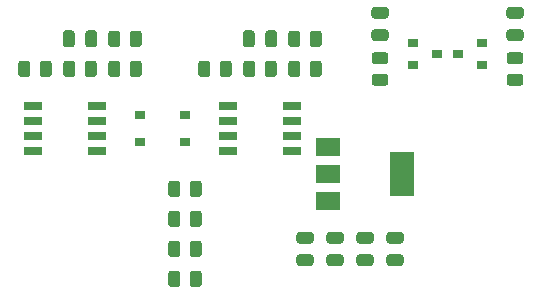
<source format=gtp>
G04 #@! TF.GenerationSoftware,KiCad,Pcbnew,(5.1.12)-1*
G04 #@! TF.CreationDate,2022-06-04T11:26:48+02:00*
G04 #@! TF.ProjectId,BSPD,42535044-2e6b-4696-9361-645f70636258,rev?*
G04 #@! TF.SameCoordinates,Original*
G04 #@! TF.FileFunction,Paste,Top*
G04 #@! TF.FilePolarity,Positive*
%FSLAX46Y46*%
G04 Gerber Fmt 4.6, Leading zero omitted, Abs format (unit mm)*
G04 Created by KiCad (PCBNEW (5.1.12)-1) date 2022-06-04 11:26:48*
%MOMM*%
%LPD*%
G01*
G04 APERTURE LIST*
%ADD10R,0.900000X0.800000*%
%ADD11R,1.528000X0.650000*%
%ADD12R,2.000000X3.800000*%
%ADD13R,2.000000X1.500000*%
G04 APERTURE END LIST*
G36*
G01*
X102420000Y-76995000D02*
X102420000Y-77945000D01*
G75*
G02*
X102170000Y-78195000I-250000J0D01*
G01*
X101670000Y-78195000D01*
G75*
G02*
X101420000Y-77945000I0J250000D01*
G01*
X101420000Y-76995000D01*
G75*
G02*
X101670000Y-76745000I250000J0D01*
G01*
X102170000Y-76745000D01*
G75*
G02*
X102420000Y-76995000I0J-250000D01*
G01*
G37*
G36*
G01*
X104320000Y-76995000D02*
X104320000Y-77945000D01*
G75*
G02*
X104070000Y-78195000I-250000J0D01*
G01*
X103570000Y-78195000D01*
G75*
G02*
X103320000Y-77945000I0J250000D01*
G01*
X103320000Y-76995000D01*
G75*
G02*
X103570000Y-76745000I250000J0D01*
G01*
X104070000Y-76745000D01*
G75*
G02*
X104320000Y-76995000I0J-250000D01*
G01*
G37*
G36*
G01*
X117660000Y-76995000D02*
X117660000Y-77945000D01*
G75*
G02*
X117410000Y-78195000I-250000J0D01*
G01*
X116910000Y-78195000D01*
G75*
G02*
X116660000Y-77945000I0J250000D01*
G01*
X116660000Y-76995000D01*
G75*
G02*
X116910000Y-76745000I250000J0D01*
G01*
X117410000Y-76745000D01*
G75*
G02*
X117660000Y-76995000I0J-250000D01*
G01*
G37*
G36*
G01*
X119560000Y-76995000D02*
X119560000Y-77945000D01*
G75*
G02*
X119310000Y-78195000I-250000J0D01*
G01*
X118810000Y-78195000D01*
G75*
G02*
X118560000Y-77945000I0J250000D01*
G01*
X118560000Y-76995000D01*
G75*
G02*
X118810000Y-76745000I250000J0D01*
G01*
X119310000Y-76745000D01*
G75*
G02*
X119560000Y-76995000I0J-250000D01*
G01*
G37*
G36*
G01*
X122395000Y-94800000D02*
X121445000Y-94800000D01*
G75*
G02*
X121195000Y-94550000I0J250000D01*
G01*
X121195000Y-94050000D01*
G75*
G02*
X121445000Y-93800000I250000J0D01*
G01*
X122395000Y-93800000D01*
G75*
G02*
X122645000Y-94050000I0J-250000D01*
G01*
X122645000Y-94550000D01*
G75*
G02*
X122395000Y-94800000I-250000J0D01*
G01*
G37*
G36*
G01*
X122395000Y-96700000D02*
X121445000Y-96700000D01*
G75*
G02*
X121195000Y-96450000I0J250000D01*
G01*
X121195000Y-95950000D01*
G75*
G02*
X121445000Y-95700000I250000J0D01*
G01*
X122395000Y-95700000D01*
G75*
G02*
X122645000Y-95950000I0J-250000D01*
G01*
X122645000Y-96450000D01*
G75*
G02*
X122395000Y-96700000I-250000J0D01*
G01*
G37*
G36*
G01*
X124935000Y-96700000D02*
X123985000Y-96700000D01*
G75*
G02*
X123735000Y-96450000I0J250000D01*
G01*
X123735000Y-95950000D01*
G75*
G02*
X123985000Y-95700000I250000J0D01*
G01*
X124935000Y-95700000D01*
G75*
G02*
X125185000Y-95950000I0J-250000D01*
G01*
X125185000Y-96450000D01*
G75*
G02*
X124935000Y-96700000I-250000J0D01*
G01*
G37*
G36*
G01*
X124935000Y-94800000D02*
X123985000Y-94800000D01*
G75*
G02*
X123735000Y-94550000I0J250000D01*
G01*
X123735000Y-94050000D01*
G75*
G02*
X123985000Y-93800000I250000J0D01*
G01*
X124935000Y-93800000D01*
G75*
G02*
X125185000Y-94050000I0J-250000D01*
G01*
X125185000Y-94550000D01*
G75*
G02*
X124935000Y-94800000I-250000J0D01*
G01*
G37*
G36*
G01*
X129065000Y-95700000D02*
X130015000Y-95700000D01*
G75*
G02*
X130265000Y-95950000I0J-250000D01*
G01*
X130265000Y-96450000D01*
G75*
G02*
X130015000Y-96700000I-250000J0D01*
G01*
X129065000Y-96700000D01*
G75*
G02*
X128815000Y-96450000I0J250000D01*
G01*
X128815000Y-95950000D01*
G75*
G02*
X129065000Y-95700000I250000J0D01*
G01*
G37*
G36*
G01*
X129065000Y-93800000D02*
X130015000Y-93800000D01*
G75*
G02*
X130265000Y-94050000I0J-250000D01*
G01*
X130265000Y-94550000D01*
G75*
G02*
X130015000Y-94800000I-250000J0D01*
G01*
X129065000Y-94800000D01*
G75*
G02*
X128815000Y-94550000I0J250000D01*
G01*
X128815000Y-94050000D01*
G75*
G02*
X129065000Y-93800000I250000J0D01*
G01*
G37*
G36*
G01*
X126525000Y-93800000D02*
X127475000Y-93800000D01*
G75*
G02*
X127725000Y-94050000I0J-250000D01*
G01*
X127725000Y-94550000D01*
G75*
G02*
X127475000Y-94800000I-250000J0D01*
G01*
X126525000Y-94800000D01*
G75*
G02*
X126275000Y-94550000I0J250000D01*
G01*
X126275000Y-94050000D01*
G75*
G02*
X126525000Y-93800000I250000J0D01*
G01*
G37*
G36*
G01*
X126525000Y-95700000D02*
X127475000Y-95700000D01*
G75*
G02*
X127725000Y-95950000I0J-250000D01*
G01*
X127725000Y-96450000D01*
G75*
G02*
X127475000Y-96700000I-250000J0D01*
G01*
X126525000Y-96700000D01*
G75*
G02*
X126275000Y-96450000I0J250000D01*
G01*
X126275000Y-95950000D01*
G75*
G02*
X126525000Y-95700000I250000J0D01*
G01*
G37*
G36*
G01*
X139225000Y-76650000D02*
X140175000Y-76650000D01*
G75*
G02*
X140425000Y-76900000I0J-250000D01*
G01*
X140425000Y-77400000D01*
G75*
G02*
X140175000Y-77650000I-250000J0D01*
G01*
X139225000Y-77650000D01*
G75*
G02*
X138975000Y-77400000I0J250000D01*
G01*
X138975000Y-76900000D01*
G75*
G02*
X139225000Y-76650000I250000J0D01*
G01*
G37*
G36*
G01*
X139225000Y-74750000D02*
X140175000Y-74750000D01*
G75*
G02*
X140425000Y-75000000I0J-250000D01*
G01*
X140425000Y-75500000D01*
G75*
G02*
X140175000Y-75750000I-250000J0D01*
G01*
X139225000Y-75750000D01*
G75*
G02*
X138975000Y-75500000I0J250000D01*
G01*
X138975000Y-75000000D01*
G75*
G02*
X139225000Y-74750000I250000J0D01*
G01*
G37*
G36*
G01*
X127795000Y-74750000D02*
X128745000Y-74750000D01*
G75*
G02*
X128995000Y-75000000I0J-250000D01*
G01*
X128995000Y-75500000D01*
G75*
G02*
X128745000Y-75750000I-250000J0D01*
G01*
X127795000Y-75750000D01*
G75*
G02*
X127545000Y-75500000I0J250000D01*
G01*
X127545000Y-75000000D01*
G75*
G02*
X127795000Y-74750000I250000J0D01*
G01*
G37*
G36*
G01*
X127795000Y-76650000D02*
X128745000Y-76650000D01*
G75*
G02*
X128995000Y-76900000I0J-250000D01*
G01*
X128995000Y-77400000D01*
G75*
G02*
X128745000Y-77650000I-250000J0D01*
G01*
X127795000Y-77650000D01*
G75*
G02*
X127545000Y-77400000I0J250000D01*
G01*
X127545000Y-76900000D01*
G75*
G02*
X127795000Y-76650000I250000J0D01*
G01*
G37*
D10*
X107950000Y-86240000D03*
X107950000Y-83940000D03*
X111760000Y-83940000D03*
X111760000Y-86240000D03*
D11*
X98889000Y-83185000D03*
X98889000Y-84455000D03*
X98889000Y-85725000D03*
X98889000Y-86995000D03*
X104311000Y-86995000D03*
X104311000Y-85725000D03*
X104311000Y-84455000D03*
X104311000Y-83185000D03*
X115399000Y-83185000D03*
X115399000Y-84455000D03*
X115399000Y-85725000D03*
X115399000Y-86995000D03*
X120821000Y-86995000D03*
X120821000Y-85725000D03*
X120821000Y-84455000D03*
X120821000Y-83185000D03*
D10*
X136890000Y-79690000D03*
X136890000Y-77790000D03*
X134890000Y-78740000D03*
X131080000Y-77790000D03*
X131080000Y-79690000D03*
X133080000Y-78740000D03*
G36*
G01*
X112160000Y-95700001D02*
X112160000Y-94799999D01*
G75*
G02*
X112409999Y-94550000I249999J0D01*
G01*
X112935001Y-94550000D01*
G75*
G02*
X113185000Y-94799999I0J-249999D01*
G01*
X113185000Y-95700001D01*
G75*
G02*
X112935001Y-95950000I-249999J0D01*
G01*
X112409999Y-95950000D01*
G75*
G02*
X112160000Y-95700001I0J249999D01*
G01*
G37*
G36*
G01*
X110335000Y-95700001D02*
X110335000Y-94799999D01*
G75*
G02*
X110584999Y-94550000I249999J0D01*
G01*
X111110001Y-94550000D01*
G75*
G02*
X111360000Y-94799999I0J-249999D01*
G01*
X111360000Y-95700001D01*
G75*
G02*
X111110001Y-95950000I-249999J0D01*
G01*
X110584999Y-95950000D01*
G75*
G02*
X110335000Y-95700001I0J249999D01*
G01*
G37*
G36*
G01*
X110335000Y-93160001D02*
X110335000Y-92259999D01*
G75*
G02*
X110584999Y-92010000I249999J0D01*
G01*
X111110001Y-92010000D01*
G75*
G02*
X111360000Y-92259999I0J-249999D01*
G01*
X111360000Y-93160001D01*
G75*
G02*
X111110001Y-93410000I-249999J0D01*
G01*
X110584999Y-93410000D01*
G75*
G02*
X110335000Y-93160001I0J249999D01*
G01*
G37*
G36*
G01*
X112160000Y-93160001D02*
X112160000Y-92259999D01*
G75*
G02*
X112409999Y-92010000I249999J0D01*
G01*
X112935001Y-92010000D01*
G75*
G02*
X113185000Y-92259999I0J-249999D01*
G01*
X113185000Y-93160001D01*
G75*
G02*
X112935001Y-93410000I-249999J0D01*
G01*
X112409999Y-93410000D01*
G75*
G02*
X112160000Y-93160001I0J249999D01*
G01*
G37*
G36*
G01*
X110335000Y-98240001D02*
X110335000Y-97339999D01*
G75*
G02*
X110584999Y-97090000I249999J0D01*
G01*
X111110001Y-97090000D01*
G75*
G02*
X111360000Y-97339999I0J-249999D01*
G01*
X111360000Y-98240001D01*
G75*
G02*
X111110001Y-98490000I-249999J0D01*
G01*
X110584999Y-98490000D01*
G75*
G02*
X110335000Y-98240001I0J249999D01*
G01*
G37*
G36*
G01*
X112160000Y-98240001D02*
X112160000Y-97339999D01*
G75*
G02*
X112409999Y-97090000I249999J0D01*
G01*
X112935001Y-97090000D01*
G75*
G02*
X113185000Y-97339999I0J-249999D01*
G01*
X113185000Y-98240001D01*
G75*
G02*
X112935001Y-98490000I-249999J0D01*
G01*
X112409999Y-98490000D01*
G75*
G02*
X112160000Y-98240001I0J249999D01*
G01*
G37*
G36*
G01*
X112160000Y-90620001D02*
X112160000Y-89719999D01*
G75*
G02*
X112409999Y-89470000I249999J0D01*
G01*
X112935001Y-89470000D01*
G75*
G02*
X113185000Y-89719999I0J-249999D01*
G01*
X113185000Y-90620001D01*
G75*
G02*
X112935001Y-90870000I-249999J0D01*
G01*
X112409999Y-90870000D01*
G75*
G02*
X112160000Y-90620001I0J249999D01*
G01*
G37*
G36*
G01*
X110335000Y-90620001D02*
X110335000Y-89719999D01*
G75*
G02*
X110584999Y-89470000I249999J0D01*
G01*
X111110001Y-89470000D01*
G75*
G02*
X111360000Y-89719999I0J-249999D01*
G01*
X111360000Y-90620001D01*
G75*
G02*
X111110001Y-90870000I-249999J0D01*
G01*
X110584999Y-90870000D01*
G75*
G02*
X110335000Y-90620001I0J249999D01*
G01*
G37*
G36*
G01*
X100485000Y-79559999D02*
X100485000Y-80460001D01*
G75*
G02*
X100235001Y-80710000I-249999J0D01*
G01*
X99709999Y-80710000D01*
G75*
G02*
X99460000Y-80460001I0J249999D01*
G01*
X99460000Y-79559999D01*
G75*
G02*
X99709999Y-79310000I249999J0D01*
G01*
X100235001Y-79310000D01*
G75*
G02*
X100485000Y-79559999I0J-249999D01*
G01*
G37*
G36*
G01*
X98660000Y-79559999D02*
X98660000Y-80460001D01*
G75*
G02*
X98410001Y-80710000I-249999J0D01*
G01*
X97884999Y-80710000D01*
G75*
G02*
X97635000Y-80460001I0J249999D01*
G01*
X97635000Y-79559999D01*
G75*
G02*
X97884999Y-79310000I249999J0D01*
G01*
X98410001Y-79310000D01*
G75*
G02*
X98660000Y-79559999I0J-249999D01*
G01*
G37*
G36*
G01*
X112875000Y-80460001D02*
X112875000Y-79559999D01*
G75*
G02*
X113124999Y-79310000I249999J0D01*
G01*
X113650001Y-79310000D01*
G75*
G02*
X113900000Y-79559999I0J-249999D01*
G01*
X113900000Y-80460001D01*
G75*
G02*
X113650001Y-80710000I-249999J0D01*
G01*
X113124999Y-80710000D01*
G75*
G02*
X112875000Y-80460001I0J249999D01*
G01*
G37*
G36*
G01*
X114700000Y-80460001D02*
X114700000Y-79559999D01*
G75*
G02*
X114949999Y-79310000I249999J0D01*
G01*
X115475001Y-79310000D01*
G75*
G02*
X115725000Y-79559999I0J-249999D01*
G01*
X115725000Y-80460001D01*
G75*
G02*
X115475001Y-80710000I-249999J0D01*
G01*
X114949999Y-80710000D01*
G75*
G02*
X114700000Y-80460001I0J249999D01*
G01*
G37*
G36*
G01*
X101445000Y-80460001D02*
X101445000Y-79559999D01*
G75*
G02*
X101694999Y-79310000I249999J0D01*
G01*
X102220001Y-79310000D01*
G75*
G02*
X102470000Y-79559999I0J-249999D01*
G01*
X102470000Y-80460001D01*
G75*
G02*
X102220001Y-80710000I-249999J0D01*
G01*
X101694999Y-80710000D01*
G75*
G02*
X101445000Y-80460001I0J249999D01*
G01*
G37*
G36*
G01*
X103270000Y-80460001D02*
X103270000Y-79559999D01*
G75*
G02*
X103519999Y-79310000I249999J0D01*
G01*
X104045001Y-79310000D01*
G75*
G02*
X104295000Y-79559999I0J-249999D01*
G01*
X104295000Y-80460001D01*
G75*
G02*
X104045001Y-80710000I-249999J0D01*
G01*
X103519999Y-80710000D01*
G75*
G02*
X103270000Y-80460001I0J249999D01*
G01*
G37*
G36*
G01*
X116685000Y-80460001D02*
X116685000Y-79559999D01*
G75*
G02*
X116934999Y-79310000I249999J0D01*
G01*
X117460001Y-79310000D01*
G75*
G02*
X117710000Y-79559999I0J-249999D01*
G01*
X117710000Y-80460001D01*
G75*
G02*
X117460001Y-80710000I-249999J0D01*
G01*
X116934999Y-80710000D01*
G75*
G02*
X116685000Y-80460001I0J249999D01*
G01*
G37*
G36*
G01*
X118510000Y-80460001D02*
X118510000Y-79559999D01*
G75*
G02*
X118759999Y-79310000I249999J0D01*
G01*
X119285001Y-79310000D01*
G75*
G02*
X119535000Y-79559999I0J-249999D01*
G01*
X119535000Y-80460001D01*
G75*
G02*
X119285001Y-80710000I-249999J0D01*
G01*
X118759999Y-80710000D01*
G75*
G02*
X118510000Y-80460001I0J249999D01*
G01*
G37*
G36*
G01*
X108105000Y-77019999D02*
X108105000Y-77920001D01*
G75*
G02*
X107855001Y-78170000I-249999J0D01*
G01*
X107329999Y-78170000D01*
G75*
G02*
X107080000Y-77920001I0J249999D01*
G01*
X107080000Y-77019999D01*
G75*
G02*
X107329999Y-76770000I249999J0D01*
G01*
X107855001Y-76770000D01*
G75*
G02*
X108105000Y-77019999I0J-249999D01*
G01*
G37*
G36*
G01*
X106280000Y-77019999D02*
X106280000Y-77920001D01*
G75*
G02*
X106030001Y-78170000I-249999J0D01*
G01*
X105504999Y-78170000D01*
G75*
G02*
X105255000Y-77920001I0J249999D01*
G01*
X105255000Y-77019999D01*
G75*
G02*
X105504999Y-76770000I249999J0D01*
G01*
X106030001Y-76770000D01*
G75*
G02*
X106280000Y-77019999I0J-249999D01*
G01*
G37*
G36*
G01*
X106280000Y-79559999D02*
X106280000Y-80460001D01*
G75*
G02*
X106030001Y-80710000I-249999J0D01*
G01*
X105504999Y-80710000D01*
G75*
G02*
X105255000Y-80460001I0J249999D01*
G01*
X105255000Y-79559999D01*
G75*
G02*
X105504999Y-79310000I249999J0D01*
G01*
X106030001Y-79310000D01*
G75*
G02*
X106280000Y-79559999I0J-249999D01*
G01*
G37*
G36*
G01*
X108105000Y-79559999D02*
X108105000Y-80460001D01*
G75*
G02*
X107855001Y-80710000I-249999J0D01*
G01*
X107329999Y-80710000D01*
G75*
G02*
X107080000Y-80460001I0J249999D01*
G01*
X107080000Y-79559999D01*
G75*
G02*
X107329999Y-79310000I249999J0D01*
G01*
X107855001Y-79310000D01*
G75*
G02*
X108105000Y-79559999I0J-249999D01*
G01*
G37*
G36*
G01*
X123345000Y-77019999D02*
X123345000Y-77920001D01*
G75*
G02*
X123095001Y-78170000I-249999J0D01*
G01*
X122569999Y-78170000D01*
G75*
G02*
X122320000Y-77920001I0J249999D01*
G01*
X122320000Y-77019999D01*
G75*
G02*
X122569999Y-76770000I249999J0D01*
G01*
X123095001Y-76770000D01*
G75*
G02*
X123345000Y-77019999I0J-249999D01*
G01*
G37*
G36*
G01*
X121520000Y-77019999D02*
X121520000Y-77920001D01*
G75*
G02*
X121270001Y-78170000I-249999J0D01*
G01*
X120744999Y-78170000D01*
G75*
G02*
X120495000Y-77920001I0J249999D01*
G01*
X120495000Y-77019999D01*
G75*
G02*
X120744999Y-76770000I249999J0D01*
G01*
X121270001Y-76770000D01*
G75*
G02*
X121520000Y-77019999I0J-249999D01*
G01*
G37*
G36*
G01*
X121520000Y-79559999D02*
X121520000Y-80460001D01*
G75*
G02*
X121270001Y-80710000I-249999J0D01*
G01*
X120744999Y-80710000D01*
G75*
G02*
X120495000Y-80460001I0J249999D01*
G01*
X120495000Y-79559999D01*
G75*
G02*
X120744999Y-79310000I249999J0D01*
G01*
X121270001Y-79310000D01*
G75*
G02*
X121520000Y-79559999I0J-249999D01*
G01*
G37*
G36*
G01*
X123345000Y-79559999D02*
X123345000Y-80460001D01*
G75*
G02*
X123095001Y-80710000I-249999J0D01*
G01*
X122569999Y-80710000D01*
G75*
G02*
X122320000Y-80460001I0J249999D01*
G01*
X122320000Y-79559999D01*
G75*
G02*
X122569999Y-79310000I249999J0D01*
G01*
X123095001Y-79310000D01*
G75*
G02*
X123345000Y-79559999I0J-249999D01*
G01*
G37*
G36*
G01*
X139249999Y-80410000D02*
X140150001Y-80410000D01*
G75*
G02*
X140400000Y-80659999I0J-249999D01*
G01*
X140400000Y-81185001D01*
G75*
G02*
X140150001Y-81435000I-249999J0D01*
G01*
X139249999Y-81435000D01*
G75*
G02*
X139000000Y-81185001I0J249999D01*
G01*
X139000000Y-80659999D01*
G75*
G02*
X139249999Y-80410000I249999J0D01*
G01*
G37*
G36*
G01*
X139249999Y-78585000D02*
X140150001Y-78585000D01*
G75*
G02*
X140400000Y-78834999I0J-249999D01*
G01*
X140400000Y-79360001D01*
G75*
G02*
X140150001Y-79610000I-249999J0D01*
G01*
X139249999Y-79610000D01*
G75*
G02*
X139000000Y-79360001I0J249999D01*
G01*
X139000000Y-78834999D01*
G75*
G02*
X139249999Y-78585000I249999J0D01*
G01*
G37*
G36*
G01*
X127819999Y-80410000D02*
X128720001Y-80410000D01*
G75*
G02*
X128970000Y-80659999I0J-249999D01*
G01*
X128970000Y-81185001D01*
G75*
G02*
X128720001Y-81435000I-249999J0D01*
G01*
X127819999Y-81435000D01*
G75*
G02*
X127570000Y-81185001I0J249999D01*
G01*
X127570000Y-80659999D01*
G75*
G02*
X127819999Y-80410000I249999J0D01*
G01*
G37*
G36*
G01*
X127819999Y-78585000D02*
X128720001Y-78585000D01*
G75*
G02*
X128970000Y-78834999I0J-249999D01*
G01*
X128970000Y-79360001D01*
G75*
G02*
X128720001Y-79610000I-249999J0D01*
G01*
X127819999Y-79610000D01*
G75*
G02*
X127570000Y-79360001I0J249999D01*
G01*
X127570000Y-78834999D01*
G75*
G02*
X127819999Y-78585000I249999J0D01*
G01*
G37*
D12*
X130150000Y-88900000D03*
D13*
X123850000Y-88900000D03*
X123850000Y-91200000D03*
X123850000Y-86600000D03*
M02*

</source>
